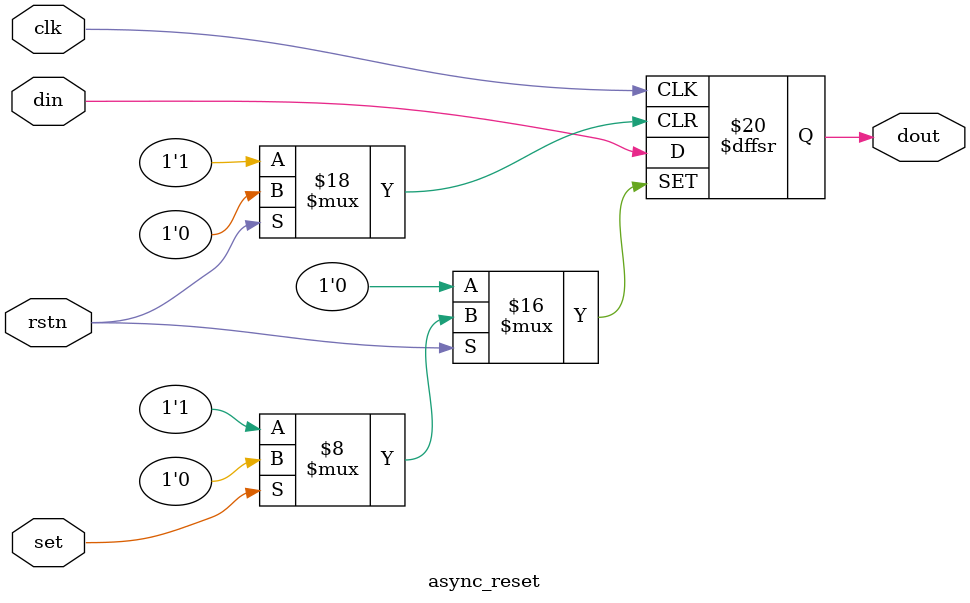
<source format=v>



module async_reset(
    input rstn,
    input clk,
    input din,
    input set,
    output reg dout
  
    );
    always @(posedge clk or negedge rstn or negedge set)
    if(!rstn) dout <= 1'b0;
    else if(!set) dout<=1'b1;
    else dout <=din;
   
endmodule

</source>
